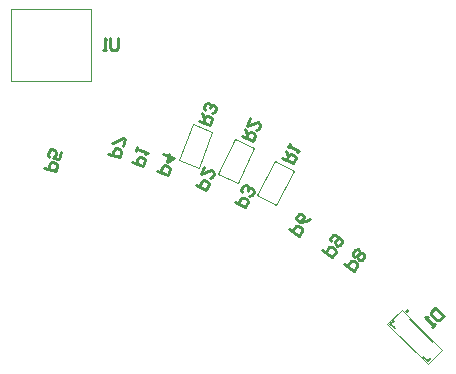
<source format=gbo>
G04*
G04 #@! TF.GenerationSoftware,Altium Limited,Altium Designer,22.1.2 (22)*
G04*
G04 Layer_Color=32896*
%FSAX25Y25*%
%MOIN*%
G70*
G04*
G04 #@! TF.SameCoordinates,556F6484-80C5-4885-8F5C-664A24EEE505*
G04*
G04*
G04 #@! TF.FilePolarity,Positive*
G04*
G01*
G75*
%ADD47C,0.00787*%
%ADD48C,0.00394*%
%ADD49C,0.00500*%
%ADD50C,0.01000*%
D47*
X1311514Y1068006D02*
G03*
X1311514Y1068006I-0000394J0000000D01*
G01*
D48*
X1304510Y1063761D02*
X1318012Y1050259D01*
X1322814Y1055062D01*
X1304510Y1063761D02*
X1309312Y1068563D01*
X1322814Y1055062D01*
X1267119Y1118188D02*
X1273376Y1114861D01*
X1261112Y1106890D02*
X1267369Y1103563D01*
X1273376Y1114861D01*
X1261112Y1106890D02*
X1267119Y1118188D01*
X1234947Y1118373D02*
X1241563Y1115834D01*
X1239532Y1130319D02*
X1246148Y1127779D01*
X1234947Y1118373D02*
X1239532Y1130319D01*
X1241563Y1115834D02*
X1246148Y1127779D01*
X1205554Y1168772D02*
X1205554Y1144757D01*
X1179176Y1168772D02*
X1205554Y1168772D01*
X1179176Y1168772D02*
X1179176Y1144757D01*
X1205554Y1144757D01*
X1254553Y1110780D02*
X1259961Y1122376D01*
X1248131Y1113775D02*
X1253538Y1125371D01*
X1259961Y1122376D01*
X1248131Y1113775D02*
X1254553Y1110780D01*
D49*
X1316514Y1052632D02*
X1317892Y1051254D01*
X1305503Y1063642D02*
X1306881Y1062264D01*
X1312059Y1065438D02*
X1319687Y1057810D01*
X1317892Y1051254D02*
X1319145Y1052507D01*
X1305503Y1063642D02*
X1306756Y1064895D01*
D50*
X1253669Y1104503D02*
X1257144Y1102656D01*
X1258068Y1104393D01*
X1257796Y1105280D01*
X1256638Y1105896D01*
X1255751Y1105625D01*
X1254827Y1103887D01*
X1258412Y1106439D02*
X1259299Y1106710D01*
X1259915Y1107868D01*
X1259644Y1108755D01*
X1259065Y1109063D01*
X1258178Y1108792D01*
X1257870Y1108213D01*
X1258178Y1108792D01*
X1257907Y1109679D01*
X1257327Y1109987D01*
X1256440Y1109716D01*
X1255824Y1108558D01*
X1256096Y1107670D01*
X1227633Y1114919D02*
X1231308Y1113508D01*
X1232013Y1115345D01*
X1231636Y1116193D01*
X1230411Y1116663D01*
X1229563Y1116286D01*
X1228858Y1114449D01*
X1229749Y1120430D02*
X1233423Y1119020D01*
X1230881Y1117888D01*
X1231821Y1120337D01*
X1269488Y1119119D02*
X1272963Y1117271D01*
X1273887Y1119009D01*
X1273616Y1119896D01*
X1272458Y1120512D01*
X1271570Y1120241D01*
X1270647Y1118503D01*
X1271262Y1119662D02*
X1270720Y1121436D01*
X1271336Y1122594D02*
X1271952Y1123752D01*
X1271644Y1123173D01*
X1275119Y1121326D01*
X1274232Y1121054D01*
X1241652Y1131502D02*
X1245326Y1130091D01*
X1246031Y1131928D01*
X1245654Y1132776D01*
X1244429Y1133246D01*
X1243582Y1132869D01*
X1242876Y1131031D01*
X1243347Y1132256D02*
X1242592Y1133951D01*
X1246124Y1134000D02*
X1246972Y1134378D01*
X1247442Y1135603D01*
X1247064Y1136450D01*
X1246452Y1136685D01*
X1245604Y1136308D01*
X1245369Y1135695D01*
X1245604Y1136308D01*
X1245227Y1137155D01*
X1244615Y1137390D01*
X1243767Y1137013D01*
X1243297Y1135788D01*
X1243674Y1134941D01*
X1214789Y1158932D02*
Y1155652D01*
X1214133Y1154996D01*
X1212821D01*
X1212165Y1155652D01*
Y1158932D01*
X1210853Y1154996D02*
X1209541D01*
X1210197D01*
Y1158932D01*
X1210853Y1158276D01*
X1256076Y1126335D02*
X1259643Y1124671D01*
X1260475Y1126455D01*
X1260158Y1127326D01*
X1258969Y1127881D01*
X1258097Y1127564D01*
X1257265Y1125780D01*
X1257820Y1126969D02*
X1257185Y1128713D01*
X1258848Y1132280D02*
X1257740Y1129902D01*
X1261226Y1131171D01*
X1261821Y1130894D01*
X1262138Y1130022D01*
X1261584Y1128833D01*
X1260712Y1128516D01*
X1282853Y1088418D02*
X1286077Y1086160D01*
X1287205Y1087772D01*
X1287044Y1088686D01*
X1285970Y1089438D01*
X1285056Y1089277D01*
X1283927Y1087665D01*
X1285647Y1091265D02*
X1285486Y1092179D01*
X1286239Y1093254D01*
X1287152Y1093414D01*
X1289302Y1091910D01*
X1289463Y1090996D01*
X1288710Y1089921D01*
X1287797Y1089760D01*
X1287259Y1090137D01*
X1287098Y1091050D01*
X1288227Y1092662D01*
X1290100Y1083840D02*
X1293244Y1081472D01*
X1294428Y1083043D01*
X1294299Y1083962D01*
X1293251Y1084752D01*
X1292332Y1084622D01*
X1291148Y1083051D01*
X1295088Y1085010D02*
X1296007Y1085139D01*
X1296797Y1086187D01*
X1296667Y1087105D01*
X1296144Y1087500D01*
X1295225Y1087371D01*
X1295096Y1088290D01*
X1294572Y1088684D01*
X1293653Y1088555D01*
X1292864Y1087508D01*
X1292993Y1086589D01*
X1293517Y1086194D01*
X1294435Y1086323D01*
X1294565Y1085405D01*
X1295088Y1085010D01*
X1294435Y1086323D02*
X1295225Y1087371D01*
X1211450Y1120365D02*
X1215234Y1119280D01*
X1215776Y1121172D01*
X1215326Y1121983D01*
X1214065Y1122345D01*
X1213254Y1121895D01*
X1212711Y1120004D01*
X1216318Y1123064D02*
X1217042Y1125586D01*
X1216411Y1125767D01*
X1213166Y1123968D01*
X1212535Y1124148D01*
X1271739Y1095337D02*
X1275077Y1093251D01*
X1276120Y1094920D01*
X1275911Y1095824D01*
X1274798Y1096519D01*
X1273894Y1096311D01*
X1272852Y1094642D01*
X1278553Y1098814D02*
X1277301Y1098049D01*
X1275494Y1097632D01*
X1274381Y1098327D01*
X1274172Y1099231D01*
X1274867Y1100343D01*
X1275771Y1100552D01*
X1276328Y1100204D01*
X1276536Y1099301D01*
X1275494Y1097632D01*
X1190096Y1115817D02*
X1193898Y1114798D01*
X1194407Y1116699D01*
X1193943Y1117502D01*
X1192676Y1117842D01*
X1191873Y1117378D01*
X1191363Y1115477D01*
X1195596Y1121134D02*
X1194917Y1118600D01*
X1193016Y1119109D01*
X1193989Y1120207D01*
X1194159Y1120840D01*
X1193695Y1121644D01*
X1192428Y1121983D01*
X1191624Y1121519D01*
X1191285Y1120252D01*
X1191748Y1119449D01*
X1240576Y1110135D02*
X1244143Y1108471D01*
X1244975Y1110255D01*
X1244658Y1111127D01*
X1243469Y1111681D01*
X1242597Y1111364D01*
X1241765Y1109580D01*
X1243349Y1116080D02*
X1242240Y1113702D01*
X1245726Y1114971D01*
X1246321Y1114694D01*
X1246638Y1113822D01*
X1246084Y1112633D01*
X1245212Y1112315D01*
X1219431Y1117735D02*
X1223152Y1116454D01*
X1223793Y1118314D01*
X1223386Y1119148D01*
X1222146Y1119575D01*
X1221312Y1119169D01*
X1220671Y1117308D01*
X1220712Y1121457D02*
X1221140Y1122697D01*
X1220926Y1122077D01*
X1224647Y1120795D01*
X1223814Y1120389D01*
X1320410Y1069222D02*
X1323193Y1066439D01*
X1321801Y1065048D01*
X1320874D01*
X1319018Y1066903D01*
Y1067831D01*
X1320410Y1069222D01*
Y1063656D02*
X1319482Y1062729D01*
X1319946Y1063192D01*
X1317163Y1065975D01*
X1318091D01*
M02*

</source>
